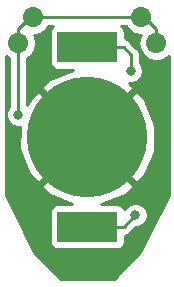
<source format=gbr>
G04 #@! TF.GenerationSoftware,KiCad,Pcbnew,5.0.2-bee76a0~70~ubuntu16.04.1*
G04 #@! TF.CreationDate,2020-01-28T21:52:51-08:00*
G04 #@! TF.ProjectId,touch-circuit-v1,746f7563-682d-4636-9972-637569742d76,rev?*
G04 #@! TF.SameCoordinates,Original*
G04 #@! TF.FileFunction,Copper,L2,Bot*
G04 #@! TF.FilePolarity,Positive*
%FSLAX46Y46*%
G04 Gerber Fmt 4.6, Leading zero omitted, Abs format (unit mm)*
G04 Created by KiCad (PCBNEW 5.0.2-bee76a0~70~ubuntu16.04.1) date Tue 28 Jan 2020 09:52:51 PM PST*
%MOMM*%
%LPD*%
G01*
G04 APERTURE LIST*
G04 #@! TA.AperFunction,ComponentPad*
%ADD10C,1.700000*%
G04 #@! TD*
G04 #@! TA.AperFunction,Conductor*
%ADD11C,1.700000*%
G04 #@! TD*
G04 #@! TA.AperFunction,SMDPad,CuDef*
%ADD12R,5.100000X2.500000*%
G04 #@! TD*
G04 #@! TA.AperFunction,BGAPad,CuDef*
%ADD13C,10.200000*%
G04 #@! TD*
G04 #@! TA.AperFunction,ViaPad*
%ADD14C,0.800000*%
G04 #@! TD*
G04 #@! TA.AperFunction,Conductor*
%ADD15C,0.250000*%
G04 #@! TD*
G04 #@! TA.AperFunction,Conductor*
%ADD16C,0.381000*%
G04 #@! TD*
G04 #@! TA.AperFunction,Conductor*
%ADD17C,0.254000*%
G04 #@! TD*
G04 APERTURE END LIST*
D10*
G04 #@! TO.P,J2,2*
G04 #@! TO.N,/skin*
X158242000Y-93639705D03*
D11*
G04 #@! TD*
G04 #@! TO.N,/skin*
G04 #@! TO.C,J2*
X158242000Y-93639705D02*
X158242000Y-93639705D01*
D10*
G04 #@! TO.P,J2,1*
G04 #@! TO.N,/skin*
X156972000Y-91440000D03*
D11*
G04 #@! TD*
G04 #@! TO.N,/skin*
G04 #@! TO.C,J2*
X156972000Y-91440000D02*
X156972000Y-91440000D01*
D10*
G04 #@! TO.P,J1,2*
G04 #@! TO.N,/skin*
X146558000Y-93639705D03*
D11*
G04 #@! TD*
G04 #@! TO.N,/skin*
G04 #@! TO.C,J1*
X146558000Y-93639705D02*
X146558000Y-93639705D01*
D10*
G04 #@! TO.P,J1,1*
G04 #@! TO.N,/skin*
X147828000Y-91440000D03*
D11*
G04 #@! TD*
G04 #@! TO.N,/skin*
G04 #@! TO.C,J1*
X147828000Y-91440000D02*
X147828000Y-91440000D01*
D12*
G04 #@! TO.P,BT1,1*
G04 #@! TO.N,+3V3*
X152400000Y-109200000D03*
X152400000Y-94000000D03*
D13*
G04 #@! TO.P,BT1,2*
G04 #@! TO.N,GND*
X152400000Y-101600000D03*
G04 #@! TD*
D14*
G04 #@! TO.N,+3V3*
X156083000Y-96012000D03*
X156464000Y-108204000D03*
G04 #@! TO.N,GND*
X156972000Y-106172000D03*
X147828000Y-106172000D03*
G04 #@! TO.N,/skin*
X146558000Y-99695000D03*
G04 #@! TD*
D15*
G04 #@! TO.N,+3V3*
X155468000Y-94000000D02*
X152400000Y-94000000D01*
X156083000Y-94615000D02*
X155468000Y-94000000D01*
X156083000Y-96012000D02*
X156083000Y-94615000D01*
X155200000Y-109200000D02*
X152400000Y-109200000D01*
X155468000Y-109200000D02*
X155200000Y-109200000D01*
X156464000Y-108204000D02*
X155468000Y-109200000D01*
G04 #@! TO.N,GND*
X151093000Y-101600000D02*
X152400000Y-101600000D01*
X153670000Y-101600000D02*
X152400000Y-101600000D01*
D16*
X148227999Y-105772001D02*
X147828000Y-106172000D01*
X152400000Y-101600000D02*
X148227999Y-105772001D01*
D15*
G04 #@! TO.N,/skin*
X147828000Y-91440000D02*
X156972000Y-91440000D01*
X146558000Y-99695000D02*
X146558000Y-93639705D01*
X147574000Y-91440000D02*
X147828000Y-91440000D01*
X146558000Y-92456000D02*
X147574000Y-91440000D01*
X146558000Y-93639705D02*
X146558000Y-92456000D01*
X157226000Y-91440000D02*
X156972000Y-91440000D01*
X158242000Y-92456000D02*
X157226000Y-91440000D01*
X158242000Y-93639705D02*
X158242000Y-92456000D01*
G04 #@! TD*
D17*
G04 #@! TO.N,GND*
G36*
X149392191Y-92292191D02*
X149251843Y-92502235D01*
X149202560Y-92750000D01*
X149202560Y-95250000D01*
X149251843Y-95497765D01*
X149392191Y-95707809D01*
X149602235Y-95848157D01*
X149850000Y-95897440D01*
X151229083Y-95897440D01*
X149237200Y-96681843D01*
X149066567Y-96795857D01*
X148468354Y-97488749D01*
X152400000Y-101420395D01*
X156331646Y-97488749D01*
X155950259Y-97047000D01*
X156288874Y-97047000D01*
X156669280Y-96889431D01*
X156960431Y-96598280D01*
X157118000Y-96217874D01*
X157118000Y-95806126D01*
X156960431Y-95425720D01*
X156843000Y-95308289D01*
X156843000Y-94689846D01*
X156857888Y-94614999D01*
X156843000Y-94540152D01*
X156843000Y-94540148D01*
X156798904Y-94318463D01*
X156711487Y-94187634D01*
X156673329Y-94130526D01*
X156673327Y-94130524D01*
X156630929Y-94067071D01*
X156567475Y-94024672D01*
X156058330Y-93515529D01*
X156015929Y-93452071D01*
X155764537Y-93284096D01*
X155597440Y-93250858D01*
X155597440Y-92750000D01*
X155548157Y-92502235D01*
X155407809Y-92292191D01*
X155269836Y-92200000D01*
X155693822Y-92200000D01*
X155901375Y-92510625D01*
X156392582Y-92838839D01*
X156825744Y-92925000D01*
X156933557Y-92925000D01*
X156843161Y-93060287D01*
X156727908Y-93639705D01*
X156843161Y-94219123D01*
X157171375Y-94710330D01*
X157662582Y-95038544D01*
X158095744Y-95124705D01*
X158388256Y-95124705D01*
X158821418Y-95038544D01*
X159310001Y-94712083D01*
X159310000Y-106512391D01*
X156896484Y-111339425D01*
X154645910Y-113590000D01*
X150154091Y-113590000D01*
X147903518Y-111339428D01*
X145490000Y-106512393D01*
X145490000Y-105711251D01*
X148468354Y-105711251D01*
X149066567Y-106404143D01*
X151132245Y-107302560D01*
X149850000Y-107302560D01*
X149602235Y-107351843D01*
X149392191Y-107492191D01*
X149251843Y-107702235D01*
X149202560Y-107950000D01*
X149202560Y-110450000D01*
X149251843Y-110697765D01*
X149392191Y-110907809D01*
X149602235Y-111048157D01*
X149850000Y-111097440D01*
X154950000Y-111097440D01*
X155197765Y-111048157D01*
X155407809Y-110907809D01*
X155548157Y-110697765D01*
X155597440Y-110450000D01*
X155597440Y-109949142D01*
X155764537Y-109915904D01*
X156015929Y-109747929D01*
X156058331Y-109684470D01*
X156503802Y-109239000D01*
X156669874Y-109239000D01*
X157050280Y-109081431D01*
X157341431Y-108790280D01*
X157499000Y-108409874D01*
X157499000Y-107998126D01*
X157341431Y-107617720D01*
X157050280Y-107326569D01*
X156669874Y-107169000D01*
X156258126Y-107169000D01*
X155877720Y-107326569D01*
X155586569Y-107617720D01*
X155549262Y-107707788D01*
X155548157Y-107702235D01*
X155407809Y-107492191D01*
X155197765Y-107351843D01*
X154950000Y-107302560D01*
X153570917Y-107302560D01*
X155562800Y-106518157D01*
X155733433Y-106404143D01*
X156331646Y-105711251D01*
X152400000Y-101779605D01*
X148468354Y-105711251D01*
X145490000Y-105711251D01*
X145490000Y-94712084D01*
X145798001Y-94917883D01*
X145798000Y-98991289D01*
X145680569Y-99108720D01*
X145523000Y-99489126D01*
X145523000Y-99900874D01*
X145680569Y-100281280D01*
X145971720Y-100572431D01*
X146352126Y-100730000D01*
X146679386Y-100730000D01*
X146645865Y-102639949D01*
X147481843Y-104762800D01*
X147595857Y-104933433D01*
X148288749Y-105531646D01*
X152220395Y-101600000D01*
X152579605Y-101600000D01*
X156511251Y-105531646D01*
X157204143Y-104933433D01*
X158114099Y-102841224D01*
X158154135Y-100560051D01*
X157318157Y-98437200D01*
X157204143Y-98266567D01*
X156511251Y-97668354D01*
X152579605Y-101600000D01*
X152220395Y-101600000D01*
X148288749Y-97668354D01*
X147595857Y-98266567D01*
X147318000Y-98905427D01*
X147318000Y-94917883D01*
X147628625Y-94710330D01*
X147956839Y-94219123D01*
X148072092Y-93639705D01*
X147956839Y-93060287D01*
X147866443Y-92925000D01*
X147974256Y-92925000D01*
X148407418Y-92838839D01*
X148898625Y-92510625D01*
X149106178Y-92200000D01*
X149530164Y-92200000D01*
X149392191Y-92292191D01*
X149392191Y-92292191D01*
G37*
X149392191Y-92292191D02*
X149251843Y-92502235D01*
X149202560Y-92750000D01*
X149202560Y-95250000D01*
X149251843Y-95497765D01*
X149392191Y-95707809D01*
X149602235Y-95848157D01*
X149850000Y-95897440D01*
X151229083Y-95897440D01*
X149237200Y-96681843D01*
X149066567Y-96795857D01*
X148468354Y-97488749D01*
X152400000Y-101420395D01*
X156331646Y-97488749D01*
X155950259Y-97047000D01*
X156288874Y-97047000D01*
X156669280Y-96889431D01*
X156960431Y-96598280D01*
X157118000Y-96217874D01*
X157118000Y-95806126D01*
X156960431Y-95425720D01*
X156843000Y-95308289D01*
X156843000Y-94689846D01*
X156857888Y-94614999D01*
X156843000Y-94540152D01*
X156843000Y-94540148D01*
X156798904Y-94318463D01*
X156711487Y-94187634D01*
X156673329Y-94130526D01*
X156673327Y-94130524D01*
X156630929Y-94067071D01*
X156567475Y-94024672D01*
X156058330Y-93515529D01*
X156015929Y-93452071D01*
X155764537Y-93284096D01*
X155597440Y-93250858D01*
X155597440Y-92750000D01*
X155548157Y-92502235D01*
X155407809Y-92292191D01*
X155269836Y-92200000D01*
X155693822Y-92200000D01*
X155901375Y-92510625D01*
X156392582Y-92838839D01*
X156825744Y-92925000D01*
X156933557Y-92925000D01*
X156843161Y-93060287D01*
X156727908Y-93639705D01*
X156843161Y-94219123D01*
X157171375Y-94710330D01*
X157662582Y-95038544D01*
X158095744Y-95124705D01*
X158388256Y-95124705D01*
X158821418Y-95038544D01*
X159310001Y-94712083D01*
X159310000Y-106512391D01*
X156896484Y-111339425D01*
X154645910Y-113590000D01*
X150154091Y-113590000D01*
X147903518Y-111339428D01*
X145490000Y-106512393D01*
X145490000Y-105711251D01*
X148468354Y-105711251D01*
X149066567Y-106404143D01*
X151132245Y-107302560D01*
X149850000Y-107302560D01*
X149602235Y-107351843D01*
X149392191Y-107492191D01*
X149251843Y-107702235D01*
X149202560Y-107950000D01*
X149202560Y-110450000D01*
X149251843Y-110697765D01*
X149392191Y-110907809D01*
X149602235Y-111048157D01*
X149850000Y-111097440D01*
X154950000Y-111097440D01*
X155197765Y-111048157D01*
X155407809Y-110907809D01*
X155548157Y-110697765D01*
X155597440Y-110450000D01*
X155597440Y-109949142D01*
X155764537Y-109915904D01*
X156015929Y-109747929D01*
X156058331Y-109684470D01*
X156503802Y-109239000D01*
X156669874Y-109239000D01*
X157050280Y-109081431D01*
X157341431Y-108790280D01*
X157499000Y-108409874D01*
X157499000Y-107998126D01*
X157341431Y-107617720D01*
X157050280Y-107326569D01*
X156669874Y-107169000D01*
X156258126Y-107169000D01*
X155877720Y-107326569D01*
X155586569Y-107617720D01*
X155549262Y-107707788D01*
X155548157Y-107702235D01*
X155407809Y-107492191D01*
X155197765Y-107351843D01*
X154950000Y-107302560D01*
X153570917Y-107302560D01*
X155562800Y-106518157D01*
X155733433Y-106404143D01*
X156331646Y-105711251D01*
X152400000Y-101779605D01*
X148468354Y-105711251D01*
X145490000Y-105711251D01*
X145490000Y-94712084D01*
X145798001Y-94917883D01*
X145798000Y-98991289D01*
X145680569Y-99108720D01*
X145523000Y-99489126D01*
X145523000Y-99900874D01*
X145680569Y-100281280D01*
X145971720Y-100572431D01*
X146352126Y-100730000D01*
X146679386Y-100730000D01*
X146645865Y-102639949D01*
X147481843Y-104762800D01*
X147595857Y-104933433D01*
X148288749Y-105531646D01*
X152220395Y-101600000D01*
X152579605Y-101600000D01*
X156511251Y-105531646D01*
X157204143Y-104933433D01*
X158114099Y-102841224D01*
X158154135Y-100560051D01*
X157318157Y-98437200D01*
X157204143Y-98266567D01*
X156511251Y-97668354D01*
X152579605Y-101600000D01*
X152220395Y-101600000D01*
X148288749Y-97668354D01*
X147595857Y-98266567D01*
X147318000Y-98905427D01*
X147318000Y-94917883D01*
X147628625Y-94710330D01*
X147956839Y-94219123D01*
X148072092Y-93639705D01*
X147956839Y-93060287D01*
X147866443Y-92925000D01*
X147974256Y-92925000D01*
X148407418Y-92838839D01*
X148898625Y-92510625D01*
X149106178Y-92200000D01*
X149530164Y-92200000D01*
X149392191Y-92292191D01*
G04 #@! TD*
M02*

</source>
